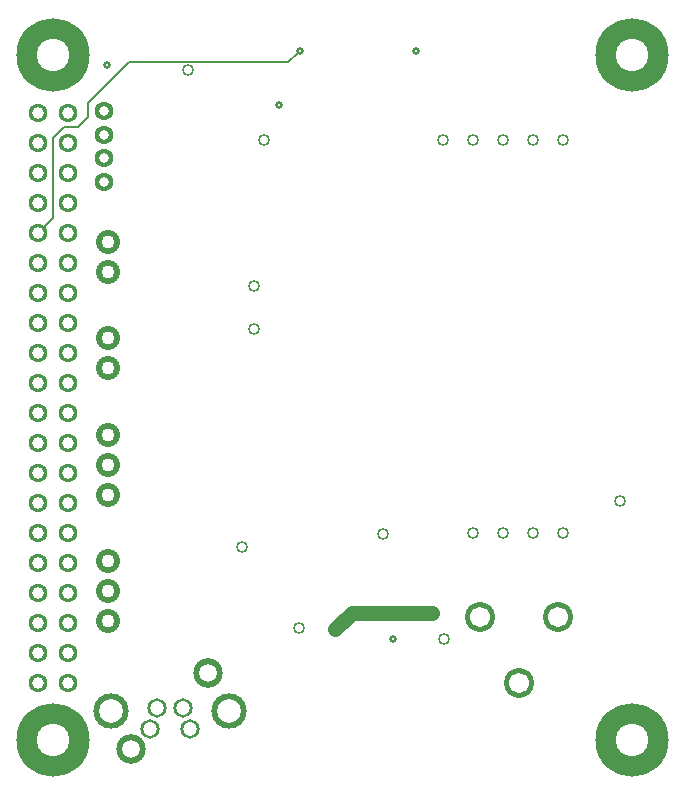
<source format=gbr>
G04 GENERATED BY PULSONIX 11.0 GERBER.DLL 8468*
G04 #@! TF.GenerationSoftware,Pulsonix,Pulsonix,11.0.8468*
G04 #@! TF.CreationDate,2022-02-02T18:24:52+05:00*
G04 #@! TF.Part,Single*
%INCSPAM*%
%LNBOTTOM*%
%FSLAX35Y35*%
%LPD*%
%MOIN*%
G04 #@! TF.FileFunction,Copper,L4,Bot*
G04 #@! TF.FilePolarity,Positive*
G04 #@! TA.AperFunction,Conductor*
%ADD12C,0.00800*%
G04 #@! TA.AperFunction,ViaPad*
%ADD70C,0.02600X0.01000*%
%ADD81C,0.04000X0.02800*%
G04 #@! TA.AperFunction,Conductor*
%ADD84C,0.05000*%
G04 #@! TA.AperFunction,ComponentPad*
%ADD94C,0.10000X0.06700*%
%ADD133C,0.06299X0.03937*%
%ADD134C,0.24409X0.10827*%
%ADD135C,0.06299X0.03150*%
%ADD136C,0.08000X0.04300*%
%ADD137C,0.06496X0.04724*%
%ADD138C,0.09843X0.05906*%
%ADD139C,0.11811X0.07874*%
G04 #@! TD.AperFunction*
X0Y0D02*
D02*
D12*
X240336Y225941D02*
X243661Y229266D01*
Y255880D01*
X247205Y259424D01*
X251929D01*
X255472Y262967D01*
Y267691D01*
X268858Y281077D01*
X322008D01*
X325309Y284378D01*
D02*
D70*
X357047Y88951D03*
X318859Y266904D03*
X261771Y280290D03*
X364528Y285014D03*
X325945D03*
D02*
D81*
X373976Y88951D03*
X337756Y92099D03*
X325551Y92495D03*
X370041Y97613D03*
X306654Y119660D03*
X353583Y123991D03*
X413583Y124384D03*
X403583D03*
X393583D03*
X383583D03*
X432638Y135014D03*
X310591Y192101D03*
Y206668D03*
X413583Y255093D03*
X403583D03*
X393583D03*
X383583D03*
X373583D03*
X314055D03*
X288543Y278715D03*
D02*
D84*
X337756Y92099D02*
X343270Y97613D01*
X370041D01*
D02*
D94*
X399173Y74384D03*
X412173Y96384D03*
X386173D03*
D02*
D133*
X248661Y74266D03*
X238661D03*
X248661Y84266D03*
X238661D03*
X248661Y94266D03*
X238661D03*
X248661Y104266D03*
X238661D03*
X248661Y114266D03*
X238661D03*
X248661Y124266D03*
X238661D03*
X248661Y134266D03*
X238661D03*
X248661Y144266D03*
X238661D03*
X248661Y154266D03*
X238661D03*
X248661Y164266D03*
X238661D03*
X248661Y174266D03*
X238661D03*
X248661Y184266D03*
X238661D03*
X248661Y194266D03*
X238661D03*
X248661Y204266D03*
X238661D03*
X248661Y214266D03*
X238661D03*
X248661Y224266D03*
X238661D03*
X248661Y234266D03*
X238661D03*
X248661Y244266D03*
X238661D03*
X248661Y254266D03*
X238661D03*
X248661Y264266D03*
X238661D03*
D02*
D134*
X436575Y55093D03*
X243661D03*
X436575Y283439D03*
X243661D03*
D02*
D135*
X260591Y241313D03*
Y249187D03*
Y257061D03*
Y264936D03*
D02*
D136*
X262165Y94857D03*
Y104857D03*
Y114857D03*
Y136983D03*
Y146983D03*
Y156983D03*
Y179109D03*
Y189109D03*
Y211392D03*
Y221392D03*
D02*
D137*
X289331Y59030D03*
X275945D03*
X286870Y65920D03*
X278406D03*
D02*
D138*
X269843Y52140D03*
X295433Y77731D03*
D02*
D139*
X302323Y64936D03*
X262953D03*
X0Y0D02*
M02*

</source>
